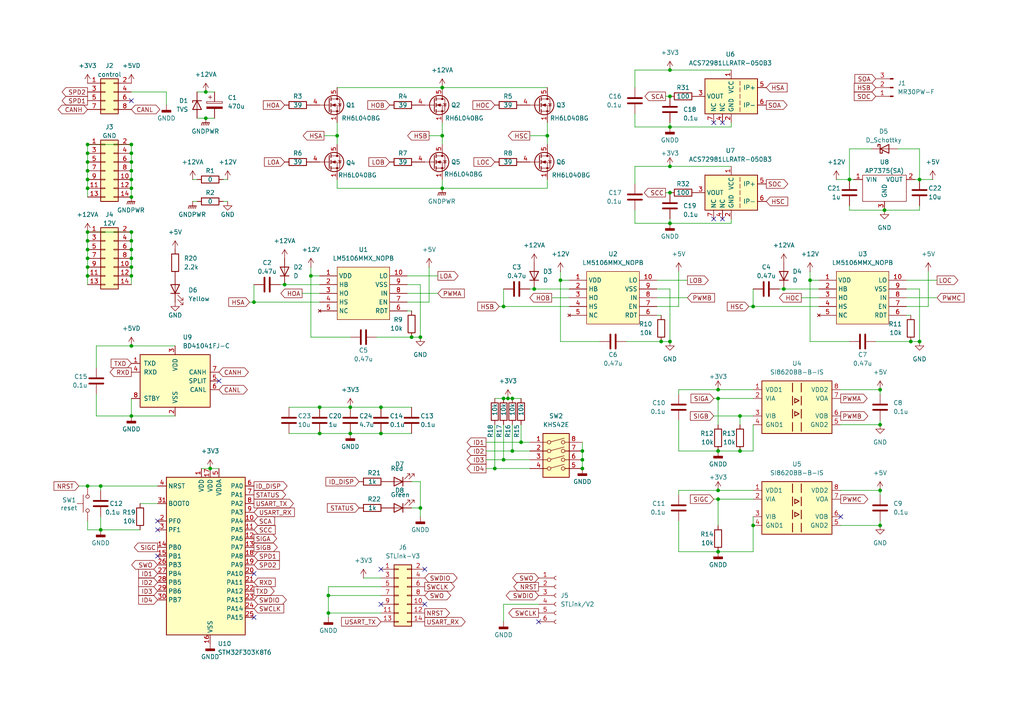
<source format=kicad_sch>
(kicad_sch (version 20231120) (generator "eeschema") (generator_version "8.0")
  (paper "A4")
  (junction (at 158.75 39.37))
  (junction (at 38.1 52.07))
  (junction (at 25.4 67.31))
  (junction (at 234.95 81.28))
  (junction (at 128.27 25.4))
  (junction (at 73.66 87.63))
  (junction (at 128.27 39.37))
  (junction (at 266.7 52.07))
  (junction (at 59.69 26.67))
  (junction (at 168.91 135.89))
  (junction (at 194.31 27.94))
  (junction (at 110.49 118.11))
  (junction (at 92.71 125.73))
  (junction (at 25.4 140.97))
  (junction (at 255.27 142.24))
  (junction (at 168.91 130.81))
  (junction (at 256.54 60.96))
  (junction (at 38.1 77.47))
  (junction (at 208.28 113.03))
  (junction (at 146.05 133.35))
  (junction (at 25.4 46.99))
  (junction (at 255.27 152.4))
  (junction (at 38.1 100.33))
  (junction (at 148.59 115.57))
  (junction (at 255.27 123.19))
  (junction (at 194.31 64.77))
  (junction (at 208.28 160.02))
  (junction (at 38.1 67.31))
  (junction (at 151.13 128.27))
  (junction (at 214.63 130.81))
  (junction (at 266.7 99.06))
  (junction (at 121.92 97.79))
  (junction (at 194.31 36.83))
  (junction (at 246.38 52.07))
  (junction (at 194.31 99.06))
  (junction (at 227.33 83.82))
  (junction (at 25.4 41.91))
  (junction (at 25.4 44.45))
  (junction (at 25.4 80.01))
  (junction (at 208.28 142.24))
  (junction (at 38.1 44.45))
  (junction (at 25.4 69.85))
  (junction (at 119.38 97.79))
  (junction (at 29.21 153.67))
  (junction (at 101.6 125.73))
  (junction (at 143.51 135.89))
  (junction (at 38.1 72.39))
  (junction (at 218.44 88.9))
  (junction (at 95.25 172.72))
  (junction (at 38.1 74.93))
  (junction (at 208.28 144.78))
  (junction (at 264.16 99.06))
  (junction (at 29.21 140.97))
  (junction (at 194.31 20.32))
  (junction (at 38.1 46.99))
  (junction (at 214.63 120.65))
  (junction (at 92.71 118.11))
  (junction (at 146.05 88.9))
  (junction (at 146.05 115.57))
  (junction (at 38.1 54.61))
  (junction (at 38.1 41.91))
  (junction (at 128.27 54.61))
  (junction (at 25.4 74.93))
  (junction (at 38.1 49.53))
  (junction (at 82.55 82.55))
  (junction (at 218.44 152.4))
  (junction (at 60.96 135.89))
  (junction (at 168.91 133.35))
  (junction (at 194.31 55.88))
  (junction (at 110.49 125.73))
  (junction (at 25.4 72.39))
  (junction (at 38.1 57.15))
  (junction (at 38.1 80.01))
  (junction (at 90.17 80.01))
  (junction (at 25.4 49.53))
  (junction (at 191.77 99.06))
  (junction (at 101.6 118.11))
  (junction (at 97.79 39.37))
  (junction (at 147.32 115.57))
  (junction (at 25.4 52.07))
  (junction (at 59.69 34.29))
  (junction (at 38.1 120.65))
  (junction (at 121.92 147.32))
  (junction (at 148.59 130.81))
  (junction (at 25.4 54.61))
  (junction (at 255.27 113.03))
  (junction (at 162.56 81.28))
  (junction (at 208.28 130.81))
  (junction (at 154.94 83.82))
  (junction (at 208.28 115.57))
  (junction (at 95.25 177.8))
  (junction (at 38.1 69.85))
  (junction (at 194.31 48.26))
  (junction (at 25.4 77.47))
  (no_connect (at 63.5 110.49))
  (no_connect (at 209.55 63.5))
  (no_connect (at 156.21 180.34))
  (no_connect (at 207.01 35.56))
  (no_connect (at 45.72 151.13))
  (no_connect (at 73.66 179.07))
  (no_connect (at 38.1 29.21))
  (no_connect (at 73.66 166.37))
  (no_connect (at 243.84 149.86))
  (no_connect (at 123.19 175.26))
  (no_connect (at 110.49 165.1))
  (no_connect (at 209.55 35.56))
  (no_connect (at 45.72 153.67))
  (no_connect (at 123.19 165.1))
  (no_connect (at 110.49 175.26))
  (no_connect (at 207.01 63.5))
  (no_connect (at 45.72 161.29))
  (wire (pts (xy 27.94 120.65) (xy 27.94 114.3)))
  (wire (pts (xy 25.4 77.47) (xy 25.4 74.93)))
  (wire (pts (xy 92.71 118.11) (xy 101.6 118.11)))
  (wire (pts (xy 227.33 83.82) (xy 237.49 83.82)))
  (wire (pts (xy 95.25 170.18) (xy 110.49 170.18)))
  (wire (pts (xy 83.82 125.73) (xy 92.71 125.73)))
  (wire (pts (xy 124.46 87.63) (xy 118.11 87.63)))
  (wire (pts (xy 38.1 100.33) (xy 50.8 100.33)))
  (wire (pts (xy 40.64 153.67) (xy 29.21 153.67)))
  (wire (pts (xy 196.85 113.03) (xy 196.85 114.3)))
  (wire (pts (xy 266.7 83.82) (xy 262.89 83.82)))
  (wire (pts (xy 95.25 172.72) (xy 95.25 170.18)))
  (wire (pts (xy 218.44 88.9) (xy 237.49 88.9)))
  (wire (pts (xy 246.38 43.18) (xy 246.38 52.07)))
  (wire (pts (xy 121.92 149.86) (xy 121.92 147.32)))
  (wire (pts (xy 246.38 52.07) (xy 247.65 52.07)))
  (wire (pts (xy 266.7 60.96) (xy 266.7 59.69)))
  (wire (pts (xy 38.1 80.01) (xy 38.1 82.55)))
  (wire (pts (xy 58.42 135.89) (xy 60.96 135.89)))
  (wire (pts (xy 29.21 149.86) (xy 29.21 153.67)))
  (wire (pts (xy 97.79 39.37) (xy 97.79 41.91)))
  (wire (pts (xy 196.85 142.24) (xy 208.28 142.24)))
  (wire (pts (xy 55.88 52.07) (xy 57.15 52.07)))
  (wire (pts (xy 234.95 81.28) (xy 237.49 81.28)))
  (wire (pts (xy 73.66 82.55) (xy 73.66 87.63)))
  (wire (pts (xy 83.82 118.11) (xy 92.71 118.11)))
  (wire (pts (xy 256.54 60.96) (xy 266.7 60.96)))
  (wire (pts (xy 162.56 81.28) (xy 165.1 81.28)))
  (wire (pts (xy 262.89 86.36) (xy 271.78 86.36)))
  (wire (pts (xy 38.1 120.65) (xy 50.8 120.65)))
  (wire (pts (xy 151.13 128.27) (xy 153.67 128.27)))
  (wire (pts (xy 140.97 130.81) (xy 148.59 130.81)))
  (wire (pts (xy 38.1 115.57) (xy 38.1 120.65)))
  (wire (pts (xy 160.02 86.36) (xy 165.1 86.36)))
  (wire (pts (xy 214.63 120.65) (xy 214.63 123.19)))
  (wire (pts (xy 124.46 77.47) (xy 124.46 87.63)))
  (wire (pts (xy 57.15 34.29) (xy 59.69 34.29)))
  (wire (pts (xy 255.27 143.51) (xy 255.27 142.24)))
  (wire (pts (xy 95.25 177.8) (xy 110.49 177.8)))
  (wire (pts (xy 25.4 72.39) (xy 25.4 69.85)))
  (wire (pts (xy 146.05 83.82) (xy 146.05 88.9)))
  (wire (pts (xy 193.04 55.88) (xy 194.31 55.88)))
  (wire (pts (xy 93.98 39.37) (xy 97.79 39.37)))
  (wire (pts (xy 194.31 36.83) (xy 194.31 35.56)))
  (wire (pts (xy 194.31 83.82) (xy 190.5 83.82)))
  (wire (pts (xy 121.92 82.55) (xy 118.11 82.55)))
  (wire (pts (xy 105.41 167.64) (xy 110.49 167.64)))
  (wire (pts (xy 184.15 48.26) (xy 184.15 53.34)))
  (wire (pts (xy 22.86 140.97) (xy 25.4 140.97)))
  (wire (pts (xy 243.84 113.03) (xy 255.27 113.03)))
  (wire (pts (xy 184.15 36.83) (xy 184.15 33.02)))
  (wire (pts (xy 128.27 54.61) (xy 158.75 54.61)))
  (wire (pts (xy 101.6 118.11) (xy 110.49 118.11)))
  (wire (pts (xy 92.71 125.73) (xy 101.6 125.73)))
  (wire (pts (xy 128.27 52.07) (xy 128.27 54.61)))
  (wire (pts (xy 196.85 121.92) (xy 196.85 130.81)))
  (wire (pts (xy 266.7 52.07) (xy 270.51 52.07)))
  (wire (pts (xy 148.59 115.57) (xy 151.13 115.57)))
  (wire (pts (xy 262.89 91.44) (xy 264.16 91.44)))
  (wire (pts (xy 208.28 113.03) (xy 196.85 113.03)))
  (wire (pts (xy 255.27 123.19) (xy 255.27 121.92)))
  (wire (pts (xy 25.4 82.55) (xy 25.4 80.01)))
  (wire (pts (xy 217.17 88.9) (xy 218.44 88.9)))
  (wire (pts (xy 95.25 177.8) (xy 95.25 172.72)))
  (wire (pts (xy 38.1 41.91) (xy 38.1 44.45)))
  (wire (pts (xy 38.1 69.85) (xy 38.1 72.39)))
  (wire (pts (xy 97.79 52.07) (xy 97.79 54.61)))
  (wire (pts (xy 266.7 52.07) (xy 266.7 43.18)))
  (wire (pts (xy 194.31 64.77) (xy 194.31 63.5)))
  (wire (pts (xy 208.28 130.81) (xy 214.63 130.81)))
  (wire (pts (xy 255.27 113.03) (xy 255.27 114.3)))
  (wire (pts (xy 218.44 120.65) (xy 214.63 120.65)))
  (wire (pts (xy 95.25 172.72) (xy 110.49 172.72)))
  (wire (pts (xy 168.91 130.81) (xy 168.91 133.35)))
  (wire (pts (xy 196.85 130.81) (xy 208.28 130.81)))
  (wire (pts (xy 190.5 91.44) (xy 191.77 91.44)))
  (wire (pts (xy 128.27 39.37) (xy 128.27 41.91)))
  (wire (pts (xy 60.96 135.89) (xy 63.5 135.89)))
  (wire (pts (xy 72.39 87.63) (xy 73.66 87.63)))
  (wire (pts (xy 146.05 175.26) (xy 156.21 175.26)))
  (wire (pts (xy 153.67 39.37) (xy 158.75 39.37)))
  (wire (pts (xy 212.09 64.77) (xy 194.31 64.77)))
  (wire (pts (xy 218.44 113.03) (xy 208.28 113.03)))
  (wire (pts (xy 38.1 44.45) (xy 38.1 46.99)))
  (wire (pts (xy 162.56 99.06) (xy 173.99 99.06)))
  (wire (pts (xy 147.32 115.57) (xy 148.59 115.57)))
  (wire (pts (xy 97.79 35.56) (xy 97.79 39.37)))
  (wire (pts (xy 218.44 160.02) (xy 218.44 152.4)))
  (wire (pts (xy 25.4 153.67) (xy 25.4 151.13)))
  (wire (pts (xy 90.17 77.47) (xy 90.17 80.01)))
  (wire (pts (xy 255.27 142.24) (xy 243.84 142.24)))
  (wire (pts (xy 184.15 20.32) (xy 194.31 20.32)))
  (wire (pts (xy 162.56 81.28) (xy 162.56 99.06)))
  (wire (pts (xy 212.09 63.5) (xy 212.09 64.77)))
  (wire (pts (xy 59.69 34.29) (xy 62.23 34.29)))
  (wire (pts (xy 153.67 83.82) (xy 154.94 83.82)))
  (wire (pts (xy 110.49 118.11) (xy 119.38 118.11)))
  (wire (pts (xy 38.1 54.61) (xy 38.1 57.15)))
  (wire (pts (xy 196.85 143.51) (xy 196.85 142.24)))
  (wire (pts (xy 40.64 146.05) (xy 45.72 146.05)))
  (wire (pts (xy 25.4 44.45) (xy 25.4 46.99)))
  (wire (pts (xy 38.1 52.07) (xy 38.1 54.61)))
  (wire (pts (xy 265.43 52.07) (xy 266.7 52.07)))
  (wire (pts (xy 208.28 144.78) (xy 208.28 152.4)))
  (wire (pts (xy 119.38 97.79) (xy 121.92 97.79)))
  (wire (pts (xy 25.4 46.99) (xy 25.4 49.53)))
  (wire (pts (xy 184.15 48.26) (xy 194.31 48.26)))
  (wire (pts (xy 25.4 41.91) (xy 38.1 41.91)))
  (wire (pts (xy 262.89 81.28) (xy 271.78 81.28)))
  (wire (pts (xy 151.13 123.19) (xy 151.13 128.27)))
  (wire (pts (xy 25.4 52.07) (xy 25.4 54.61)))
  (wire (pts (xy 128.27 25.4) (xy 158.75 25.4)))
  (wire (pts (xy 243.84 123.19) (xy 255.27 123.19)))
  (wire (pts (xy 190.5 81.28) (xy 199.39 81.28)))
  (wire (pts (xy 38.1 77.47) (xy 38.1 80.01)))
  (wire (pts (xy 168.91 128.27) (xy 168.91 130.81)))
  (wire (pts (xy 140.97 128.27) (xy 151.13 128.27)))
  (wire (pts (xy 207.01 144.78) (xy 208.28 144.78)))
  (wire (pts (xy 82.55 82.55) (xy 92.71 82.55)))
  (wire (pts (xy 218.44 130.81) (xy 218.44 123.19)))
  (wire (pts (xy 57.15 26.67) (xy 59.69 26.67)))
  (wire (pts (xy 264.16 99.06) (xy 266.7 99.06)))
  (wire (pts (xy 59.69 26.67) (xy 62.23 26.67)))
  (wire (pts (xy 38.1 67.31) (xy 38.1 69.85)))
  (wire (pts (xy 140.97 135.89) (xy 143.51 135.89)))
  (wire (pts (xy 252.73 43.18) (xy 246.38 43.18)))
  (wire (pts (xy 194.31 99.06) (xy 194.31 83.82)))
  (wire (pts (xy 148.59 130.81) (xy 153.67 130.81)))
  (wire (pts (xy 29.21 153.67) (xy 25.4 153.67)))
  (wire (pts (xy 90.17 80.01) (xy 92.71 80.01)))
  (wire (pts (xy 194.31 20.32) (xy 212.09 20.32)))
  (wire (pts (xy 234.95 78.74) (xy 234.95 81.28)))
  (wire (pts (xy 158.75 39.37) (xy 158.75 41.91)))
  (wire (pts (xy 118.11 80.01) (xy 127 80.01)))
  (wire (pts (xy 162.56 78.74) (xy 162.56 81.28)))
  (wire (pts (xy 193.04 27.94) (xy 194.31 27.94)))
  (wire (pts (xy 266.7 99.06) (xy 266.7 83.82)))
  (wire (pts (xy 144.78 88.9) (xy 146.05 88.9)))
  (wire (pts (xy 255.27 152.4) (xy 255.27 151.13)))
  (wire (pts (xy 38.1 120.65) (xy 27.94 120.65)))
  (wire (pts (xy 27.94 106.68) (xy 27.94 100.33)))
  (wire (pts (xy 184.15 25.4) (xy 184.15 20.32)))
  (wire (pts (xy 128.27 35.56) (xy 128.27 39.37)))
  (wire (pts (xy 25.4 49.53) (xy 25.4 52.07)))
  (wire (pts (xy 25.4 69.85) (xy 25.4 67.31)))
  (wire (pts (xy 38.1 72.39) (xy 38.1 74.93)))
  (wire (pts (xy 118.11 90.17) (xy 119.38 90.17)))
  (wire (pts (xy 146.05 133.35) (xy 146.05 123.19)))
  (wire (pts (xy 140.97 133.35) (xy 146.05 133.35)))
  (wire (pts (xy 64.77 52.07) (xy 66.04 52.07)))
  (wire (pts (xy 110.49 125.73) (xy 119.38 125.73)))
  (wire (pts (xy 143.51 115.57) (xy 146.05 115.57)))
  (wire (pts (xy 48.26 26.67) (xy 38.1 26.67)))
  (wire (pts (xy 119.38 147.32) (xy 121.92 147.32)))
  (wire (pts (xy 234.95 99.06) (xy 246.38 99.06)))
  (wire (pts (xy 29.21 140.97) (xy 45.72 140.97)))
  (wire (pts (xy 191.77 99.06) (xy 194.31 99.06)))
  (wire (pts (xy 184.15 64.77) (xy 194.31 64.77)))
  (wire (pts (xy 121.92 139.7) (xy 119.38 139.7)))
  (wire (pts (xy 208.28 115.57) (xy 208.28 123.19)))
  (wire (pts (xy 146.05 180.34) (xy 146.05 175.26)))
  (wire (pts (xy 25.4 41.91) (xy 25.4 44.45)))
  (wire (pts (xy 243.84 152.4) (xy 255.27 152.4)))
  (wire (pts (xy 38.1 46.99) (xy 38.1 49.53)))
  (wire (pts (xy 124.46 39.37) (xy 128.27 39.37)))
  (wire (pts (xy 148.59 123.19) (xy 148.59 130.81)))
  (wire (pts (xy 218.44 115.57) (xy 208.28 115.57)))
  (wire (pts (xy 246.38 60.96) (xy 256.54 60.96)))
  (wire (pts (xy 48.26 30.48) (xy 48.26 26.67)))
  (wire (pts (xy 38.1 74.93) (xy 38.1 77.47)))
  (wire (pts (xy 158.75 35.56) (xy 158.75 39.37)))
  (wire (pts (xy 158.75 52.07) (xy 158.75 54.61)))
  (wire (pts (xy 207.01 120.65) (xy 214.63 120.65)))
  (wire (pts (xy 38.1 49.53) (xy 38.1 52.07)))
  (wire (pts (xy 232.41 86.36) (xy 237.49 86.36)))
  (wire (pts (xy 218.44 144.78) (xy 208.28 144.78)))
  (wire (pts (xy 212.09 36.83) (xy 194.31 36.83)))
  (wire (pts (xy 254 99.06) (xy 264.16 99.06)))
  (wire (pts (xy 25.4 74.93) (xy 25.4 72.39)))
  (wire (pts (xy 196.85 88.9) (xy 190.5 88.9)))
  (wire (pts (xy 246.38 59.69) (xy 246.38 60.96)))
  (wire (pts (xy 194.31 48.26) (xy 212.09 48.26)))
  (wire (pts (xy 212.09 35.56) (xy 212.09 36.83)))
  (wire (pts (xy 196.85 151.13) (xy 196.85 160.02)))
  (wire (pts (xy 121.92 97.79) (xy 121.92 82.55)))
  (wire (pts (xy 97.79 54.61) (xy 128.27 54.61)))
  (wire (pts (xy 25.4 67.31) (xy 38.1 67.31)))
  (wire (pts (xy 27.94 100.33) (xy 38.1 100.33)))
  (wire (pts (xy 181.61 99.06) (xy 191.77 99.06)))
  (wire (pts (xy 208.28 142.24) (xy 218.44 142.24)))
  (wire (pts (xy 269.24 78.74) (xy 269.24 88.9)))
  (wire (pts (xy 143.51 123.19) (xy 143.51 135.89)))
  (wire (pts (xy 153.67 133.35) (xy 146.05 133.35)))
  (wire (pts (xy 184.15 60.96) (xy 184.15 64.77)))
  (wire (pts (xy 266.7 43.18) (xy 260.35 43.18)))
  (wire (pts (xy 90.17 97.79) (xy 101.6 97.79)))
  (wire (pts (xy 64.77 58.42) (xy 66.04 58.42)))
  (wire (pts (xy 218.44 83.82) (xy 218.44 88.9)))
  (wire (pts (xy 25.4 80.01) (xy 25.4 77.47)))
  (wire (pts (xy 143.51 135.89) (xy 153.67 135.89)))
  (wire (pts (xy 208.28 160.02) (xy 218.44 160.02)))
  (wire (pts (xy 81.28 82.55) (xy 82.55 82.55)))
  (wire (pts (xy 101.6 125.73) (xy 110.49 125.73)))
  (wire (pts (xy 196.85 160.02) (xy 208.28 160.02)))
  (wire (pts (xy 29.21 140.97) (xy 29.21 142.24)))
  (wire (pts (xy 121.92 147.32) (xy 121.92 139.7)))
  (wire (pts (xy 207.01 115.57) (xy 208.28 115.57)))
  (wire (pts (xy 234.95 81.28) (xy 234.95 99.06)))
  (wire (pts (xy 218.44 149.86) (xy 218.44 152.4)))
  (wire (pts (xy 269.24 88.9) (xy 262.89 88.9)))
  (wire (pts (xy 190.5 86.36) (xy 199.39 86.36)))
  (wire (pts (xy 25.4 140.97) (xy 29.21 140.97)))
  (wire (pts (xy 73.66 87.63) (xy 92.71 87.63)))
  (wire (pts (xy 97.79 25.4) (xy 128.27 25.4)))
  (wire (pts (xy 118.11 85.09) (xy 127 85.09)))
  (wire (pts (xy 214.63 130.81) (xy 218.44 130.81)))
  (wire (pts (xy 95.25 179.07) (xy 95.25 177.8)))
  (wire (pts (xy 168.91 133.35) (xy 168.91 135.89)))
  (wire (pts (xy 109.22 97.79) (xy 119.38 97.79)))
  (wire (pts (xy 196.85 78.74) (xy 196.85 88.9)))
  (wire (pts (xy 90.17 80.01) (xy 90.17 97.79)))
  (wire (pts (xy 154.94 83.82) (xy 165.1 83.82)))
  (wire (pts (xy 55.88 58.42) (xy 57.15 58.42)))
  (wire (pts (xy 146.05 88.9) (xy 165.1 88.9)))
  (wire (pts (xy 25.4 54.61) (xy 25.4 57.15)))
  (wire (pts (xy 226.06 83.82) (xy 227.33 83.82)))
  (wire (pts (xy 194.31 36.83) (xy 184.15 36.83)))
  (wire (pts (xy 242.57 52.07) (xy 246.38 52.07)))
  (wire (pts (xy 146.05 115.57) (xy 147.32 115.57)))
  (wire (pts (xy 87.63 85.09) (xy 92.71 85.09)))
  (global_label "ID4" (shape input) (at 45.72 173.99 180) (property "Intersheetrefs" "${INTERSHEET_REFS}" (effects (hide yes))))
  (global_label "CANL" (shape bidirectional) (at 38.1 31.75 0) (property "Intersheetrefs" "${INTERSHEET_REFS}" (effects (hide yes))))
  (global_label "SOA" (shape input) (at 254 22.86 180) (property "Intersheetrefs" "${INTERSHEET_REFS}" (effects (hide yes))))
  (global_label "PWMB" (shape input) (at 199.39 86.36 0) (property "Intersheetrefs" "${INTERSHEET_REFS}" (effects (hide yes))))
  (global_label "NRST" (shape input) (at 22.86 140.97 180) (property "Intersheetrefs" "${INTERSHEET_REFS}" (effects (hide yes))))
  (global_label "USART_TX" (shape output) (at 73.66 146.05 0) (property "Intersheetrefs" "${INTERSHEET_REFS}" (effects (hide yes))))
  (global_label "PWMA" (shape output) (at 243.84 115.57 0) (property "Intersheetrefs" "${INTERSHEET_REFS}" (effects (hide yes))))
  (global_label "USART_TX" (shape input) (at 110.49 180.34 180) (property "Intersheetrefs" "${INTERSHEET_REFS}" (effects (hide yes))))
  (global_label "SCA" (shape output) (at 193.04 27.94 180) (property "Intersheetrefs" "${INTERSHEET_REFS}" (effects (hide yes))))
  (global_label "HOC" (shape input) (at 143.51 30.48 180) (property "Intersheetrefs" "${INTERSHEET_REFS}" (effects (hide yes))))
  (global_label "HOB" (shape input) (at 113.03 30.48 180) (property "Intersheetrefs" "${INTERSHEET_REFS}" (effects (hide yes))))
  (global_label "SCC" (shape input) (at 73.66 153.67 0) (property "Intersheetrefs" "${INTERSHEET_REFS}" (effects (hide yes))))
  (global_label "NRST" (shape output) (at 123.19 177.8 0) (property "Intersheetrefs" "${INTERSHEET_REFS}" (effects (hide yes))))
  (global_label "SWCLK" (shape output) (at 123.19 170.18 0) (property "Intersheetrefs" "${INTERSHEET_REFS}" (effects (hide yes))))
  (global_label "SOA" (shape output) (at 222.25 30.48 0) (property "Intersheetrefs" "${INTERSHEET_REFS}" (effects (hide yes))))
  (global_label "SOC" (shape input) (at 254 27.94 180) (property "Intersheetrefs" "${INTERSHEET_REFS}" (effects (hide yes))))
  (global_label "SWO" (shape bidirectional) (at 45.72 163.83 180) (property "Intersheetrefs" "${INTERSHEET_REFS}" (effects (hide yes))))
  (global_label "SWO" (shape bidirectional) (at 123.19 172.72 0) (property "Intersheetrefs" "${INTERSHEET_REFS}" (effects (hide yes))))
  (global_label "SPD1" (shape input) (at 73.66 161.29 0) (property "Intersheetrefs" "${INTERSHEET_REFS}" (effects (hide yes))))
  (global_label "HSC" (shape input) (at 222.25 58.42 0) (property "Intersheetrefs" "${INTERSHEET_REFS}" (effects (hide yes))))
  (global_label "HOA" (shape input) (at 82.55 30.48 180) (property "Intersheetrefs" "${INTERSHEET_REFS}" (effects (hide yes))))
  (global_label "ID4" (shape output) (at 140.97 135.89 180) (property "Intersheetrefs" "${INTERSHEET_REFS}" (effects (hide yes))))
  (global_label "SOC" (shape output) (at 222.25 53.34 0) (property "Intersheetrefs" "${INTERSHEET_REFS}" (effects (hide yes))))
  (global_label "USART_RX" (shape input) (at 73.66 148.59 0) (property "Intersheetrefs" "${INTERSHEET_REFS}" (effects (hide yes))))
  (global_label "TXD" (shape input) (at 38.1 105.41 180) (property "Intersheetrefs" "${INTERSHEET_REFS}" (effects (hide yes))))
  (global_label "SPD2" (shape input) (at 73.66 163.83 0) (property "Intersheetrefs" "${INTERSHEET_REFS}" (effects (hide yes))))
  (global_label "SIGA" (shape input) (at 207.01 115.57 180) (property "Intersheetrefs" "${INTERSHEET_REFS}" (effects (hide yes))))
  (global_label "NRST" (shape output) (at 156.21 170.18 180) (property "Intersheetrefs" "${INTERSHEET_REFS}" (effects (hide yes))))
  (global_label "ID2" (shape input) (at 45.72 168.91 180) (property "Intersheetrefs" "${INTERSHEET_REFS}" (effects (hide yes))))
  (global_label "TXD" (shape output) (at 73.66 171.45 0) (property "Intersheetrefs" "${INTERSHEET_REFS}" (effects (hide yes))))
  (global_label "ID1" (shape input) (at 45.72 166.37 180) (property "Intersheetrefs" "${INTERSHEET_REFS}" (effects (hide yes))))
  (global_label "ID2" (shape output) (at 140.97 130.81 180) (property "Intersheetrefs" "${INTERSHEET_REFS}" (effects (hide yes))))
  (global_label "LOC" (shape output) (at 271.78 81.28 0) (property "Intersheetrefs" "${INTERSHEET_REFS}" (effects (hide yes))))
  (global_label "HSA" (shape input) (at 72.39 87.63 180) (property "Intersheetrefs" "${INTERSHEET_REFS}" (effects (hide yes))))
  (global_label "HSC" (shape input) (at 217.17 88.9 180) (property "Intersheetrefs" "${INTERSHEET_REFS}" (effects (hide yes))))
  (global_label "CANH" (shape bidirectional) (at 25.4 31.75 180) (property "Intersheetrefs" "${INTERSHEET_REFS}" (effects (hide yes))))
  (global_label "SIGC" (shape output) (at 45.72 158.75 180) (property "Intersheetrefs" "${INTERSHEET_REFS}" (effects (hide yes))))
  (global_label "HOC" (shape output) (at 232.41 86.36 180) (property "Intersheetrefs" "${INTERSHEET_REFS}" (effects (hide yes))))
  (global_label "HSB" (shape output) (at 124.46 39.37 180) (property "Intersheetrefs" "${INTERSHEET_REFS}" (effects (hide yes))))
  (global_label "SWDIO" (shape bidirectional) (at 73.66 173.99 0) (property "Intersheetrefs" "${INTERSHEET_REFS}" (effects (hide yes))))
  (global_label "CANL" (shape bidirectional) (at 63.5 113.03 0) (property "Intersheetrefs" "${INTERSHEET_REFS}" (effects (hide yes))))
  (global_label "SIGB" (shape output) (at 73.66 158.75 0) (property "Intersheetrefs" "${INTERSHEET_REFS}" (effects (hide yes))))
  (global_label "PWMA" (shape input) (at 127 85.09 0) (property "Intersheetrefs" "${INTERSHEET_REFS}" (effects (hide yes))))
  (global_label "HSC" (shape output) (at 153.67 39.37 180) (property "Intersheetrefs" "${INTERSHEET_REFS}" (effects (hide yes))))
  (global_label "LOC" (shape input) (at 143.51 46.99 180) (property "Intersheetrefs" "${INTERSHEET_REFS}" (effects (hide yes))))
  (global_label "PWMB" (shape output) (at 243.84 120.65 0) (property "Intersheetrefs" "${INTERSHEET_REFS}" (effects (hide yes))))
  (global_label "ID_DISP" (shape input) (at 104.14 139.7 180) (property "Intersheetrefs" "${INTERSHEET_REFS}" (effects (hide yes))))
  (global_label "ID_DISP" (shape output) (at 73.66 140.97 0) (property "Intersheetrefs" "${INTERSHEET_REFS}" (effects (hide yes))))
  (global_label "HOA" (shape output) (at 87.63 85.09 180) (property "Intersheetrefs" "${INTERSHEET_REFS}" (effects (hide yes))))
  (global_label "SWCLK" (shape output) (at 156.21 177.8 180) (property "Intersheetrefs" "${INTERSHEET_REFS}" (effects (hide yes))))
  (global_label "HSB" (shape input) (at 254 25.4 180) (property "Intersheetrefs" "${INTERSHEET_REFS}" (effects (hide yes))))
  (global_label "SWO" (shape bidirectional) (at 156.21 167.64 180) (property "Intersheetrefs" "${INTERSHEET_REFS}" (effects (hide yes))))
  (global_label "SIGA" (shape output) (at 73.66 156.21 0) (property "Intersheetrefs" "${INTERSHEET_REFS}" (effects (hide yes))))
  (global_label "ID1" (shape output) (at 140.97 128.27 180) (property "Intersheetrefs" "${INTERSHEET_REFS}" (effects (hide yes))))
  (global_label "STATUS" (shape output) (at 73.66 143.51 0) (property "Intersheetrefs" "${INTERSHEET_REFS}" (effects (hide yes))))
  (global_label "SWDIO" (shape bidirectional) (at 156.21 172.72 180) (property "Intersheetrefs" "${INTERSHEET_REFS}" (effects (hide yes))))
  (global_label "ID3" (shape output) (at 140.97 133.35 180) (property "Intersheetrefs" "${INTERSHEET_REFS}" (effects (hide yes))))
  (global_label "PWMC" (shape input) (at 271.78 86.36 0) (property "Intersheetrefs" "${INTERSHEET_REFS}" (effects (hide yes))))
  (global_label "STATUS" (shape input) (at 104.14 147.32 180) (property "Intersheetrefs" "${INTERSHEET_REFS}" (effects (hide yes))))
  (global_label "LOA" (shape input) (at 82.55 46.99 180) (property "Intersheetrefs" "${INTERSHEET_REFS}" (effects (hide yes))))
  (global_label "HSB" (shape input) (at 144.78 88.9 180) (property "Intersheetrefs" "${INTERSHEET_REFS}" (effects (hide yes))))
  (global_label "SPD1" (shape output) (at 25.4 29.21 180) (property "Intersheetrefs" "${INTERSHEET_REFS}" (effects (hide yes))))
  (global_label "RXD" (shape input) (at 73.66 168.91 0) (property "Intersheetrefs" "${INTERSHEET_REFS}" (effects (hide yes))))
  (global_label "SCC" (shape output) (at 193.04 55.88 180) (property "Intersheetrefs" "${INTERSHEET_REFS}" (effects (hide yes))))
  (global_label "USART_RX" (shape output) (at 123.19 180.34 0) (property "Intersheetrefs" "${INTERSHEET_REFS}" (effects (hide yes))))
  (global_label "SWCLK" (shape input) (at 73.66 176.53 0) (property "Intersheetrefs" "${INTERSHEET_REFS}" (effects (hide yes))))
  (global_label "LOB" (shape input) (at 113.03 46.99 180) (property "Intersheetrefs" "${INTERSHEET_REFS}" (effects (hide yes))))
  (global_label "LOA" (shape output) (at 127 80.01 0) (property "Intersheetrefs" "${INTERSHEET_REFS}" (effects (hide yes))))
  (global_label "CANH" (shape bidirectional) (at 63.5 107.95 0) (property "Intersheetrefs" "${INTERSHEET_REFS}" (effects (hide yes))))
  (global_label "LOB" (shape output) (at 199.39 81.28 0) (property "Intersheetrefs" "${INTERSHEET_REFS}" (effects (hide yes))))
  (global_label "SPD2" (shape output) (at 25.4 26.67 180) (property "Intersheetrefs" "${INTERSHEET_REFS}" (effects (hide yes))))
  (global_label "SWDIO" (shape bidirectional) (at 123.19 167.64 0) (property "Intersheetrefs" "${INTERSHEET_REFS}" (effects (hide yes))))
  (global_label "HSA" (shape input) (at 222.25 25.4 0) (property "Intersheetrefs" "${INTERSHEET_REFS}" (effects (hide yes))))
  (global_label "SCA" (shape input) (at 73.66 151.13 0) (property "Intersheetrefs" "${INTERSHEET_REFS}" (effects (hide yes))))
  (global_label "ID3" (shape input) (at 45.72 171.45 180) (property "Intersheetrefs" "${INTERSHEET_REFS}" (effects (hide yes))))
  (global_label "HOB" (shape output) (at 160.02 86.36 180) (property "Intersheetrefs" "${INTERSHEET_REFS}" (effects (hide yes))))
  (global_label "SIGC" (shape input) (at 207.01 144.78 180) (property "Intersheetrefs" "${INTERSHEET_REFS}" (effects (hide yes))))
  (global_label "RXD" (shape output) (at 38.1 107.95 180) (property "Intersheetrefs" "${INTERSHEET_REFS}" (effects (hide yes))))
  (global_label "HSA" (shape output) (at 93.98 39.37 180) (property "Intersheetrefs" "${INTERSHEET_REFS}" (effects (hide yes))))
  (global_label "PWMC" (shape output) (at 243.84 144.78 0) (property "Intersheetrefs" "${INTERSHEET_REFS}" (effects (hide yes))))
  (global_label "SIGB" (shape input) (at 207.01 120.65 180) (property "Intersheetrefs" "${INTERSHEET_REFS}" (effects (hide yes))))
  (symbol (lib_id "power:GNDPWR") (at 55.88 58.42 0) (unit 1)
    (property "Reference" "#PWR015" (effects (hide yes)))
    (property "Value" "GNDPWR" (at 55.753 62.23 0))
    (property "Description" "Power symbol creates a global label with name \"GNDPWR\" , global ground" (effects (hide yes)))
  )
  (symbol (lib_id "power:+5VD") (at 38.1 100.33 0) (unit 1)
    (property "Reference" "#PWR038" (effects (hide yes)))
    (property "Value" "+5VD" (at 38.1 95.25 0))
    (property "Description" "Power symbol creates a global label with name \"+5VD\"" (effects (hide yes)))
  )
  (symbol (lib_id "Switch:SW_Push") (at 25.4 146.05 90) (unit 1)
    (property "Reference" "SW1" (at 18.034 145.034 90) (effects (justify right)))
    (property "Value" "reset" (at 17.526 147.32 90) (effects (justify right)))
    (property "Footprint" "blmd_hardware:RESET" (effects (hide yes)))
    (property "Description" "Push button switch, generic, two pins" (effects (hide yes)))
  )
  (symbol (lib_id "Device:C") (at 101.6 121.92 0) (unit 1)
    (property "Reference" "C24" (at 104.14 120.65 0) (effects (justify left)))
    (property "Value" "4.7u" (at 104.14 123.19 0) (effects (justify left)))
    (property "Footprint" "Capacitor_SMD:C_0603_1608Metric_Pad1.08x0.95mm_HandSolder" (effects (hide yes)))
    (property "Description" "Unpolarized capacitor" (effects (hide yes)))
  )
  (symbol (lib_id "Device:C") (at 27.94 110.49 0) (mirror y) (unit 1)
    (property "Reference" "C15" (at 25.4 109.22 0) (effects (justify left)))
    (property "Value" "0.1u" (at 25.4 111.76 0) (effects (justify left)))
    (property "Footprint" "Capacitor_SMD:C_0603_1608Metric_Pad1.08x0.95mm_HandSolder" (effects (hide yes)))
    (property "Description" "Unpolarized capacitor" (effects (hide yes)))
  )
  (symbol (lib_id "Device:C") (at 196.85 118.11 0) (unit 1)
    (property "Reference" "C10" (at 193.04 116.8399 0) (effects (justify right)))
    (property "Value" "0.1u" (at 193.04 119.3799 0) (effects (justify right)))
    (property "Footprint" "Capacitor_SMD:C_0603_1608Metric_Pad1.08x0.95mm_HandSolder" (effects (hide yes)))
    (property "Description" "Unpolarized capacitor" (effects (hide yes)))
  )
  (symbol (lib_id "Device:C") (at 184.15 57.15 0) (mirror y) (unit 1)
    (property "Reference" "C17" (at 180.34 55.8799 0) (effects (justify left)))
    (property "Value" "0.1u" (at 180.34 58.4199 0) (effects (justify left)))
    (property "Footprint" "Capacitor_SMD:C_0603_1608Metric_Pad1.08x0.95mm_HandSolder" (effects (hide yes)))
    (property "Description" "Unpolarized capacitor" (effects (hide yes)))
  )
  (symbol (lib_id "Device:R") (at 116.84 30.48 90) (unit 1)
    (property "Reference" "R4" (at 116.84 27.94 90))
    (property "Value" "39" (at 116.84 30.48 90))
    (property "Footprint" "Resistor_SMD:R_0603_1608Metric_Pad0.98x0.95mm_HandSolder" (effects (hide yes)))
    (property "Description" "Resistor" (effects (hide yes)))
  )
  (symbol (lib_id "Device:R") (at 264.16 95.25 0) (mirror y) (unit 1)
    (property "Reference" "R11" (at 261.62 93.9799 0) (effects (justify left)))
    (property "Value" "10k" (at 261.62 96.5199 0) (effects (justify left)))
    (property "Footprint" "Resistor_SMD:R_0603_1608Metric_Pad0.98x0.95mm_HandSolder" (effects (hide yes)))
    (property "Description" "Resistor" (effects (hide yes)))
  )
  (symbol (lib_id "Device:C") (at 105.41 97.79 90) (unit 1)
    (property "Reference" "C5" (at 105.41 101.6 90))
    (property "Value" "0.47u" (at 105.41 104.14 90))
    (property "Footprint" "Capacitor_SMD:C_0603_1608Metric_Pad1.08x0.95mm_HandSolder" (effects (hide yes)))
    (property "Description" "Unpolarized capacitor" (effects (hide yes)))
  )
  (symbol (lib_id "power:+3V3") (at 194.31 20.32 0) (unit 1)
    (property "Reference" "#PWR022" (effects (hide yes)))
    (property "Value" "+3V3" (at 194.31 15.24 0))
    (property "Description" "Power symbol creates a global label with name \"+3V3\"" (effects (hide yes)))
  )
  (symbol (lib_id "power:GND") (at 266.7 99.06 0) (unit 1)
    (property "Reference" "#PWR07" (effects (hide yes)))
    (property "Value" "GND" (at 266.7 104.14 0))
    (property "Description" "Power symbol creates a global label with name \"GND\" , ground" (effects (hide yes)))
  )
  (symbol (lib_id "power:GNDD") (at 60.96 186.69 0) (unit 1)
    (property "Reference" "#PWR047" (effects (hide yes)))
    (property "Value" "GNDD" (at 60.96 190.5 0))
    (property "Description" "Power symbol creates a global label with name \"GNDD\" , digital ground" (effects (hide yes)))
  )
  (symbol (lib_id "Isolator:ADuM120N") (at 231.14 147.32 0) (unit 1)
    (property "Reference" "U5" (at 231.14 134.62 0))
    (property "Value" "SI8620BB-B-IS" (at 231.14 137.16 0))
    (property "Footprint" "Package_SO:SOIC-8_3.9x4.9mm_P1.27mm" (effects (hide yes)))
    (property "Datasheet" "https://www.analog.com/media/en/technical-documentation/data-sheets/ADuM120N_121N.pdf" (effects (hide yes)))
    (property "Description" "Dual-channel digital isolator,1.8 to 5V, 150Mbs, 3kV" (effects (hide yes)))
  )
  (symbol (lib_id "Device:LED") (at 115.57 139.7 180) (unit 1)
    (property "Reference" "D7" (at 114.554 134.62 0) (effects (justify right)))
    (property "Value" "Red" (at 113.284 135.89 0) (effects (justify right)))
    (property "Footprint" "LED_SMD:LED_0603_1608Metric_Pad1.05x0.95mm_HandSolder" (effects (hide yes)))
    (property "Description" "Light emitting diode" (effects (hide yes)))
  )
  (symbol (lib_id "Device:R") (at 214.63 127 0) (mirror y) (unit 1)
    (property "Reference" "R13" (at 213.36 125.73 0) (effects (justify left)))
    (property "Value" "10k" (at 213.36 128.27 0) (effects (justify left)))
    (property "Footprint" "Resistor_SMD:R_0603_1608Metric_Pad0.98x0.95mm_HandSolder" (effects (hide yes)))
    (property "Description" "Resistor" (effects (hide yes)))
  )
  (symbol (lib_id "power:GND") (at 66.04 58.42 0) (unit 1)
    (property "Reference" "#PWR016" (effects (hide yes)))
    (property "Value" "GND" (at 66.04 62.23 0))
    (property "Description" "Power symbol creates a global label with name \"GND\" , ground" (effects (hide yes)))
  )
  (symbol (lib_id "power:+12VA") (at 59.69 26.67 0) (unit 1)
    (property "Reference" "#PWR024" (effects (hide yes)))
    (property "Value" "+12VA" (at 59.69 21.59 0))
    (property "Description" "Power symbol creates a global label with name \"+12VA\"" (effects (hide yes)))
  )
  (symbol (lib_id "power:+3V3") (at 208.28 142.24 0) (unit 1)
    (property "Reference" "#PWR031" (effects (hide yes)))
    (property "Value" "+3V3" (at 208.28 138.43 0))
    (property "Description" "Power symbol creates a global label with name \"+3V3\"" (effects (hide yes)))
  )
  (symbol (lib_id "Device:R") (at 116.84 46.99 90) (unit 1)
    (property "Reference" "R7" (at 116.84 44.45 90))
    (property "Value" "39" (at 116.84 46.99 90))
    (property "Footprint" "Resistor_SMD:R_0603_1608Metric_Pad0.98x0.95mm_HandSolder" (effects (hide yes)))
    (property "Description" "Resistor" (effects (hide yes)))
  )
  (symbol (lib_id "Device:C") (at 177.8 99.06 90) (unit 1)
    (property "Reference" "C6" (at 177.8 102.87 90))
    (property "Value" "0.47u" (at 177.8 105.41 90))
    (property "Footprint" "Capacitor_SMD:C_0603_1608Metric_Pad1.08x0.95mm_HandSolder" (effects (hide yes)))
    (property "Description" "Unpolarized capacitor" (effects (hide yes)))
  )
  (symbol (lib_id "Device:R") (at 208.28 127 0) (mirror y) (unit 1)
    (property "Reference" "R12" (at 207.01 125.73 0) (effects (justify left)))
    (property "Value" "10k" (at 207.01 128.27 0) (effects (justify left)))
    (property "Footprint" "Resistor_SMD:R_0603_1608Metric_Pad0.98x0.95mm_HandSolder" (effects (hide yes)))
    (property "Description" "Resistor" (effects (hide yes)))
  )
  (symbol (lib_id "Device:C") (at 255.27 118.11 0) (unit 1)
    (property "Reference" "C8" (at 259.08 116.8399 0) (effects (justify left)))
    (property "Value" "0.1u" (at 259.08 119.3799 0) (effects (justify left)))
    (property "Footprint" "Capacitor_SMD:C_0603_1608Metric_Pad1.08x0.95mm_HandSolder" (effects (hide yes)))
    (property "Description" "Unpolarized capacitor" (effects (hide yes)))
  )
  (symbol (lib_id "power:+3V3") (at 147.32 115.57 0) (unit 1)
    (property "Reference" "#PWR045" (effects (hide yes)))
    (property "Value" "+3V3" (at 147.32 110.49 0))
    (property "Description" "Power symbol creates a global label with name \"+3V3\"" (effects (hide yes)))
  )
  (symbol (lib_id "power:GNDD") (at 194.31 64.77 0) (unit 1)
    (property "Reference" "#PWR020" (effects (hide yes)))
    (property "Value" "GNDD" (at 194.31 68.58 0))
    (property "Description" "Power symbol creates a global label with name \"GNDD\" , digital ground" (effects (hide yes)))
  )
  (symbol (lib_id "power:+12V") (at 66.04 52.07 0) (unit 1)
    (property "Reference" "#PWR017" (effects (hide yes)))
    (property "Value" "+12V" (at 66.04 46.99 0))
    (property "Description" "Power symbol creates a global label with name \"+12V\"" (effects (hide yes)))
  )
  (symbol (lib_id "power:+12VA") (at 25.4 67.31 0) (unit 1)
    (property "Reference" "#PWR043" (effects (hide yes)))
    (property "Value" "+12VA" (at 25.4 62.23 0))
    (property "Description" "Power symbol creates a global label with name \"+12VA\"" (effects (hide yes)))
  )
  (symbol (lib_id "Connector_Generic:Conn_02x07_Odd_Even") (at 30.48 74.93 0) (unit 1)
    (property "Reference" "J4" (at 31.75 62.23 0))
    (property "Value" "12V" (at 31.75 64.77 0))
    (property "Footprint" "Connector_PinHeader_2.54mm:PinHeader_2x07_P2.54mm_Horizontal" (effects (hide yes)))
    (property "Description" "Generic connector, double row, 02x07, odd/even pin numbering scheme (row 1 odd numbers, row 2 even numbers), script generated (kicad-library-utils/schlib/autogen/connector/)" (effects (hide yes)))
  )
  (symbol (lib_id "power:GNDD") (at 208.28 160.02 0) (unit 1)
    (property "Reference" "#PWR030" (effects (hide yes)))
    (property "Value" "GNDD" (at 208.28 163.83 0))
    (property "Description" "Power symbol creates a global label with name \"GNDD\" , digital ground" (effects (hide yes)))
  )
  (symbol (lib_id "power:GNDD") (at 168.91 135.89 0) (unit 1)
    (property "Reference" "#PWR044" (effects (hide yes)))
    (property "Value" "GNDD" (at 168.91 139.7 0))
    (property "Description" "Power symbol creates a global label with name \"GNDD\" , digital ground" (effects (hide yes)))
  )
  (symbol (lib_id "Isolator:ADuM120N") (at 231.14 118.11 0) (unit 1)
    (property "Reference" "U4" (at 231.14 105.41 0))
    (property "Value" "SI8620BB-B-IS" (at 231.14 107.95 0))
    (property "Footprint" "Package_SO:SOIC-8_3.9x4.9mm_P1.27mm" (effects (hide yes)))
    (property "Datasheet" "https://www.analog.com/media/en/technical-documentation/data-sheets/ADuM120N_121N.pdf" (effects (hide yes)))
    (property "Description" "Dual-channel digital isolator,1.8 to 5V, 150Mbs, 3kV" (effects (hide yes)))
  )
  (symbol (lib_id "power:GNDPWR") (at 128.27 54.61 0) (unit 1)
    (property "Reference" "#PWR018" (effects (hide yes)))
    (property "Value" "GNDPWR" (at 128.143 58.42 0))
    (property "Description" "Power symbol creates a global label with name \"GNDPWR\" , global ground" (effects (hide yes)))
  )
  (symbol (lib_id "Device:C") (at 222.25 83.82 90) (unit 1)
    (property "Reference" "C4" (at 222.25 77.47 90))
    (property "Value" "0.47u" (at 222.25 80.01 90))
    (property "Footprint" "Capacitor_SMD:C_0603_1608Metric_Pad1.08x0.95mm_HandSolder" (effects (hide yes)))
    (property "Description" "Unpolarized capacitor" (effects (hide yes)))
  )
  (symbol (lib_id "power:+5V") (at 270.51 52.07 0) (unit 1)
    (property "Reference" "#PWR033" (effects (hide yes)))
    (property "Value" "+5V" (at 270.51 46.99 0))
    (property "Description" "Power symbol creates a global label with name \"+5V\"" (effects (hide yes)))
  )
  (symbol (lib_id "Device:R") (at 60.96 58.42 90) (unit 1)
    (property "Reference" "R2" (at 60.96 55.88 90))
    (property "Value" "0" (at 60.96 58.42 90))
    (property "Footprint" "Resistor_SMD:R_0603_1608Metric_Pad0.98x0.95mm_HandSolder" (effects (hide yes)))
    (property "Description" "Resistor" (effects (hide yes)))
  )
  (symbol (lib_id "Device:LED") (at 50.8 83.82 90) (unit 1)
    (property "Reference" "D6" (at 54.61 84.1374 90) (effects (justify right)))
    (property "Value" "Yellow" (at 54.61 86.6774 90) (effects (justify right)))
    (property "Footprint" "LED_SMD:LED_0603_1608Metric_Pad1.05x0.95mm_HandSolder" (effects (hide yes)))
    (property "Description" "Light emitting diode" (effects (hide yes)))
  )
  (symbol (lib_id "Sensor_Current:ACS781xLRTR-150U") (at 212.09 55.88 0) (mirror y) (unit 1)
    (property "Reference" "U7" (at 211.836 43.688 0))
    (property "Value" "ACS72981LLRATR-050B3" (at 211.836 46.228 0))
    (property "Footprint" "Sensor_Current:Allegro_PSOF-7_4.8x6.4mm_P1.60mm" (effects (hide yes)))
    (property "Datasheet" "https://www.google.com/url?sa=t&source=web&rct=j&opi=89978449&url=https://www.allegromicro.com/-/media/files/datasheets/acs72981-datasheet.pdf&ved=2ahUKEwid9tyjhaWIAxUbkK8BHVoRGaEQFnoECBMQAQ&usg=AOvVaw2Ea-7NENQ-ZdSdsdDQlTdp" (effects (hide yes)))
    (property "Description" "50A Bidirectional Hall-Effect Current Sensor, +3.3V supply, 26.4mV/A, PSOF-7" (effects (hide yes)))
  )
  (symbol (lib_id "MCU_ST_STM32F3:STM32F303K8Tx") (at 58.42 161.29 0) (unit 1)
    (property "Reference" "U10" (at 63.1541 186.69 0) (effects (justify left)))
    (property "Value" "STM32F303K8T6" (at 63.1541 189.23 0) (effects (justify left)))
    (property "Footprint" "Package_QFP:LQFP-32_7x7mm_P0.8mm" (effects (hide yes)))
    (property "Datasheet" "https://www.st.com/resource/en/datasheet/stm32f303k8.pdf" (effects (hide yes)))
    (property "Description" "STMicroelectronics Arm Cortex-M4 MCU, 64KB flash, 16KB RAM, 72 MHz, 2.0-3.6V, 25 GPIO, LQFP32" (effects (hide yes)))
  )
  (symbol (lib_id "power:GNDD") (at 121.92 149.86 0) (unit 1)
    (property "Reference" "#PWR055" (effects (hide yes)))
    (property "Value" "GNDD" (at 121.92 153.67 0))
    (property "Description" "Power symbol creates a global label with name \"GNDD\" , digital ground" (effects (hide yes)))
  )
  (symbol (lib_id "blmd:RH6L040BG") (at 156.21 46.99 0) (unit 1)
    (property "Reference" "Q6" (at 161.29 46.99 0) (effects (justify left)))
    (property "Value" "RH6L040BG" (at 160.02 50.8 0) (effects (justify left)))
    (property "Footprint" "blmd_hardware:HSMT8" (effects (hide yes)))
    (property "Datasheet" "https://fscdn.rohm.com/jp/products/databook/datasheet/discrete/transistor/mosfet/rh6l040bgtb1-j.pdf" (effects (hide yes)))
    (property "Description" "65A Id, 60V Vds, N-Channel MOSFET, 7.1mOhm Ron, 18.8nC Qqd, -55 to 150 °C, HSMT8" (effects (hide yes)))
  )
  (symbol (lib_id "power:+3V3") (at 194.31 48.26 0) (unit 1)
    (property "Reference" "#PWR019" (effects (hide yes)))
    (property "Value" "+3V3" (at 194.31 44.45 0))
    (property "Description" "Power symbol creates a global label with name \"+3V3\"" (effects (hide yes)))
  )
  (symbol (lib_id "power:+5V") (at 269.24 78.74 0) (unit 1)
    (property "Reference" "#PWR08" (effects (hide yes)))
    (property "Value" "+5V" (at 269.24 73.66 0))
    (property "Description" "Power symbol creates a global label with name \"+5V\"" (effects (hide yes)))
  )
  (symbol (lib_id "power:GNDD") (at 146.05 180.34 0) (unit 1)
    (property "Reference" "#PWR050" (effects (hide yes)))
    (property "Value" "GNDD" (at 146.05 184.15 0))
    (property "Description" "Power symbol creates a global label with name \"GNDD\" , digital ground" (effects (hide yes)))
  )
  (symbol (lib_id "Connector:Conn_01x06_Socket") (at 161.29 172.72 0) (unit 1)
    (property "Reference" "J5" (at 162.56 172.7199 0) (effects (justify left)))
    (property "Value" "STLink/V2" (at 162.56 175.2599 0) (effects (justify left)))
    (property "Footprint" "Connector_PinSocket_2.54mm:PinSocket_1x06_P2.54mm_Horizontal" (effects (hide yes)))
    (property "Description" "Generic connector, single row, 01x06, script generated" (effects (hide yes)))
  )
  (symbol (lib_id "Connector_Generic:Conn_02x04_Odd_Even") (at 30.48 26.67 0) (unit 1)
    (property "Reference" "J2" (at 31.75 19.05 0))
    (property "Value" "control" (at 31.75 21.59 0))
    (property "Footprint" "Connector_PinHeader_2.54mm:PinHeader_2x04_P2.54mm_Horizontal" (effects (hide yes)))
    (property "Description" "Generic connector, double row, 02x04, odd/even pin numbering scheme (row 1 odd numbers, row 2 even numbers), script generated (kicad-library-utils/schlib/autogen/connector/)" (effects (hide yes)))
  )
  (symbol (lib_id "power:GNDD") (at 101.6 125.73 0) (unit 1)
    (property "Reference" "#PWR052" (effects (hide yes)))
    (property "Value" "GNDD" (at 101.6 129.54 0))
    (property "Description" "Power symbol creates a global label with name \"GNDD\" , digital ground" (effects (hide yes)))
  )
  (symbol (lib_id "Device:R") (at 50.8 76.2 0) (unit 1)
    (property "Reference" "R20" (at 53.34 74.9299 0) (effects (justify left)))
    (property "Value" "2.2k" (at 53.34 77.4699 0) (effects (justify left)))
    (property "Footprint" "Resistor_SMD:R_0603_1608Metric_Pad0.98x0.95mm_HandSolder" (effects (hide yes)))
    (property "Description" "Resistor" (effects (hide yes)))
  )
  (symbol (lib_id "power:+12V") (at 242.57 52.07 0) (unit 1)
    (property "Reference" "#PWR034" (effects (hide yes)))
    (property "Value" "+12V" (at 242.57 46.99 0))
    (property "Description" "Power symbol creates a global label with name \"+12V\"" (effects (hide yes)))
  )
  (symbol (lib_id "Device:R") (at 107.95 147.32 90) (unit 1)
    (property "Reference" "R22" (at 110.49 144.78 90) (effects (justify left)))
    (property "Value" "1k" (at 109.22 147.32 90) (effects (justify left)))
    (property "Footprint" "Resistor_SMD:R_0603_1608Metric_Pad0.98x0.95mm_HandSolder" (effects (hide yes)))
    (property "Description" "Resistor" (effects (hide yes)))
  )
  (symbol (lib_id "power:GND") (at 256.54 60.96 0) (unit 1)
    (property "Reference" "#PWR032" (effects (hide yes)))
    (property "Value" "GND" (at 256.54 66.04 0))
    (property "Description" "Power symbol creates a global label with name \"GND\" , ground" (effects (hide yes)))
  )
  (symbol (lib_id "Sensor_Current:ACS781xLRTR-150U") (at 212.09 27.94 0) (mirror y) (unit 1)
    (property "Reference" "U6" (at 211.836 15.748 0))
    (property "Value" "ACS72981LLRATR-050B3" (at 211.836 18.288 0))
    (property "Footprint" "Sensor_Current:Allegro_PSOF-7_4.8x6.4mm_P1.60mm" (effects (hide yes)))
    (property "Datasheet" "https://www.google.com/url?sa=t&source=web&rct=j&opi=89978449&url=https://www.allegromicro.com/-/media/files/datasheets/acs72981-datasheet.pdf&ved=2ahUKEwid9tyjhaWIAxUbkK8BHVoRGaEQFnoECBMQAQ&usg=AOvVaw2Ea-7NENQ-ZdSdsdDQlTdp" (effects (hide yes)))
    (property "Description" "50A Bidirectional Hall-Effect Current Sensor, +3.3V supply, 26.4mV/A, PSOF-7" (effects (hide yes)))
  )
  (symbol (lib_id "power:GNDD") (at 194.31 36.83 0) (unit 1)
    (property "Reference" "#PWR021" (effects (hide yes)))
    (property "Value" "GNDD" (at 194.31 40.64 0))
    (property "Description" "Power symbol creates a global label with name \"GNDD\" , digital ground" (effects (hide yes)))
  )
  (symbol (lib_id "power:GND") (at 50.8 87.63 0) (unit 1)
    (property "Reference" "#PWR054" (effects (hide yes)))
    (property "Value" "GND" (at 50.8 91.44 0))
    (property "Description" "Power symbol creates a global label with name \"GND\" , ground" (effects (hide yes)))
  )
  (symbol (lib_id "Device:LED") (at 115.57 147.32 180) (unit 1)
    (property "Reference" "D8" (at 114.554 142.24 0) (effects (justify right)))
    (property "Value" "Green" (at 113.284 143.51 0) (effects (justify right)))
    (property "Footprint" "LED_SMD:LED_0603_1608Metric_Pad1.05x0.95mm_HandSolder" (effects (hide yes)))
    (property "Description" "Light emitting diode" (effects (hide yes)))
  )
  (symbol (lib_id "power:GNDD") (at 29.21 153.67 0) (unit 1)
    (property "Reference" "#PWR025" (effects (hide yes)))
    (property "Value" "GNDD" (at 29.21 157.48 0))
    (property "Description" "Power symbol creates a global label with name \"GNDD\" , digital ground" (effects (hide yes)))
  )
  (symbol (lib_id "power:+12VA") (at 55.88 52.07 0) (unit 1)
    (property "Reference" "#PWR014" (effects (hide yes)))
    (property "Value" "+12VA" (at 55.88 46.99 0))
    (property "Description" "Power symbol creates a global label with name \"+12VA\"" (effects (hide yes)))
  )
  (symbol (lib_id "Device:R") (at 143.51 119.38 0) (mirror y) (unit 1)
    (property "Reference" "R18" (at 142.24 127 90) (effects (justify left)))
    (property "Value" "10k" (at 143.51 120.65 90) (effects (justify left)))
    (property "Footprint" "Resistor_SMD:R_0603_1608Metric_Pad0.98x0.95mm_HandSolder" (effects (hide yes)))
    (property "Description" "Resistor" (effects (hide yes)))
  )
  (symbol (lib_id "Device:R") (at 119.38 93.98 0) (mirror y) (unit 1)
    (property "Reference" "R9" (at 116.84 92.7099 0) (effects (justify left)))
    (property "Value" "10k" (at 116.84 95.2499 0) (effects (justify left)))
    (property "Footprint" "Resistor_SMD:R_0603_1608Metric_Pad0.98x0.95mm_HandSolder" (effects (hide yes)))
    (property "Description" "Resistor" (effects (hide yes)))
  )
  (symbol (lib_id "Device:R") (at 146.05 119.38 0) (mirror y) (unit 1)
    (property "Reference" "R17" (at 144.78 127 90) (effects (justify left)))
    (property "Value" "10k" (at 146.05 120.65 90) (effects (justify left)))
    (property "Footprint" "Resistor_SMD:R_0603_1608Metric_Pad0.98x0.95mm_HandSolder" (effects (hide yes)))
    (property "Description" "Resistor" (effects (hide yes)))
  )
  (symbol (lib_id "power:GND") (at 121.92 97.79 0) (unit 1)
    (property "Reference" "#PWR011" (effects (hide yes)))
    (property "Value" "GND" (at 121.92 102.87 0))
    (property "Description" "Power symbol creates a global label with name \"GND\" , ground" (effects (hide yes)))
  )
  (symbol (lib_id "Device:R") (at 198.12 55.88 90) (unit 1)
    (property "Reference" "R32" (at 198.12 53.34 90))
    (property "Value" "100" (at 198.12 55.88 90))
    (property "Footprint" "Resistor_SMD:R_0603_1608Metric_Pad0.98x0.95mm_HandSolder" (effects (hide yes)))
    (property "Description" "Resistor" (effects (hide yes)))
  )
  (symbol (lib_id "Connector:Conn_01x03_Pin") (at 259.08 25.4 180) (unit 1)
    (property "Reference" "J1" (at 260.35 24.1299 0) (effects (justify right)))
    (property "Value" "MR30PW-F" (at 260.35 26.6699 0) (effects (justify right)))
    (property "Footprint" "Connector_AMASS:AMASS_MR30PW-FB_1x03_P3.50mm_Horizontal" (effects (hide yes)))
    (property "Description" "Generic connector, single row, 01x03, script generated" (effects (hide yes)))
  )
  (symbol (lib_id "power:+3V3") (at 105.41 167.64 0) (unit 1)
    (property "Reference" "#PWR048" (effects (hide yes)))
    (property "Value" "+3V3" (at 105.41 162.56 0))
    (property "Description" "Power symbol creates a global label with name \"+3V3\"" (effects (hide yes)))
  )
  (symbol (lib_id "Device:C_Polarized") (at 62.23 30.48 0) (unit 1)
    (property "Reference" "C1" (at 66.04 28.3209 0) (effects (justify left)))
    (property "Value" "470u" (at 66.04 30.8609 0) (effects (justify left)))
    (property "Footprint" "Capacitor_THT:CP_Radial_D10.0mm_P5.00mm" (effects (hide yes)))
    (property "Description" "Polarized capacitor" (effects (hide yes)))
  )
  (symbol (lib_id "blmd:RH6L040BG") (at 95.25 30.48 0) (unit 1)
    (property "Reference" "Q1" (at 100.33 30.48 0) (effects (justify left)))
    (property "Value" "RH6L040BG" (at 99.06 34.29 0) (effects (justify left)))
    (property "Footprint" "blmd_hardware:HSMT8" (effects (hide yes)))
    (property "Datasheet" "https://fscdn.rohm.com/jp/products/databook/datasheet/discrete/transistor/mosfet/rh6l040bgtb1-j.pdf" (effects (hide yes)))
    (property "Description" "65A Id, 60V Vds, N-Channel MOSFET, 7.1mOhm Ron, 18.8nC Qqd, -55 to 150 °C, HSMT8" (effects (hide yes)))
  )
  (symbol (lib_id "blmd:RH6L040BG") (at 125.73 30.48 0) (unit 1)
    (property "Reference" "Q2" (at 130.81 30.48 0) (effects (justify left)))
    (property "Value" "RH6L040BG" (at 129.032 34.29 0) (effects (justify left)))
    (property "Footprint" "blmd_hardware:HSMT8" (effects (hide yes)))
    (property "Datasheet" "https://fscdn.rohm.com/jp/products/databook/datasheet/discrete/transistor/mosfet/rh6l040bgtb1-j.pdf" (effects (hide yes)))
    (property "Description" "65A Id, 60V Vds, N-Channel MOSFET, 7.1mOhm Ron, 18.8nC Qqd, -55 to 150 °C, HSMT8" (effects (hide yes)))
  )
  (symbol (lib_id "power:GNDD") (at 208.28 130.81 0) (unit 1)
    (property "Reference" "#PWR036" (effects (hide yes)))
    (property "Value" "GNDD" (at 208.28 134.62 0))
    (property "Description" "Power symbol creates a global label with name \"GNDD\" , digital ground" (effects (hide yes)))
  )
  (symbol (lib_id "Device:C") (at 184.15 29.21 0) (mirror y) (unit 1)
    (property "Reference" "C16" (at 180.34 27.9399 0) (effects (justify left)))
    (property "Value" "0.1u" (at 180.34 30.4799 0) (effects (justify left)))
    (property "Footprint" "Capacitor_SMD:C_0603_1608Metric_Pad1.08x0.95mm_HandSolder" (effects (hide yes)))
    (property "Description" "Unpolarized capacitor" (effects (hide yes)))
  )
  (symbol (lib_id "Device:R") (at 86.36 30.48 90) (unit 1)
    (property "Reference" "R3" (at 86.36 27.94 90))
    (property "Value" "39" (at 86.36 30.48 90))
    (property "Footprint" "Resistor_SMD:R_0603_1608Metric_Pad0.98x0.95mm_HandSolder" (effects (hide yes)))
    (property "Description" "Resistor" (effects (hide yes)))
  )
  (symbol (lib_id "power:GND") (at 194.31 99.06 0) (unit 1)
    (property "Reference" "#PWR03" (effects (hide yes)))
    (property "Value" "GND" (at 194.31 104.14 0))
    (property "Description" "Power symbol creates a global label with name \"GND\" , ground" (effects (hide yes)))
  )
  (symbol (lib_id "power:+5V") (at 255.27 142.24 0) (unit 1)
    (property "Reference" "#PWR028" (effects (hide yes)))
    (property "Value" "+5V" (at 255.27 137.16 0))
    (property "Description" "Power symbol creates a global label with name \"+5V\"" (effects (hide yes)))
  )
  (symbol (lib_id "Device:R") (at 60.96 52.07 90) (unit 1)
    (property "Reference" "R1" (at 60.96 49.53 90))
    (property "Value" "0" (at 60.96 52.07 90))
    (property "Footprint" "Resistor_SMD:R_0603_1608Metric_Pad0.98x0.95mm_HandSolder" (effects (hide yes)))
    (property "Description" "Resistor" (effects (hide yes)))
  )
  (symbol (lib_id "power:GND") (at 255.27 152.4 0) (unit 1)
    (property "Reference" "#PWR029" (effects (hide yes)))
    (property "Value" "GND" (at 255.27 157.48 0))
    (property "Description" "Power symbol creates a global label with name \"GND\" , ground" (effects (hide yes)))
  )
  (symbol (lib_id "blmd:LM5106MMX_NOPB") (at 177.8 76.2 0) (unit 1)
    (property "Reference" "U2" (at 177.8 73.66 0))
    (property "Value" "LM5106MMX_NOPB" (at 177.8 76.2 0))
    (property "Footprint" "Package_SO:TSSOP-10_3x3mm_P0.5mm" (effects (hide yes)))
    (property "Datasheet" "https://www.ti.com/jp/lit/ds/symlink/lm5106.pdf?ts=1693228167816&ref_url=https%253A%252F%252Fwww.ti.com%252Fproduct%252Fja-jp%252FLM5106%253Futm_source%253Dgoogle%2526utm_medium%253Dcpc%2526utm_campaign%253Dapp-null-null-gpn_jp-cpc-pf-google-jp_cons%2526utm_content%253DLM5106%2526ds_k%253DLM5106%2526DCM%253Dyes%2526gclid%253DCj0KCQjwi7GnBhDXARIsAFLvH4k824EZwL-UfjYdKJ9Pb27ho5PByhG6NykZd6OiEkxX_ZY05E7guXUaAopmEALw_wcB%2526gclsrc%253Daw.ds" (effects (hide yes)))
  )
  (symbol (lib_id "blmd:RH6L040BG") (at 95.25 46.99 0) (unit 1)
    (property "Reference" "Q4" (at 100.33 47.244 0) (effects (justify left)))
    (property "Value" "RH6L040BG" (at 98.044 50.8 0) (effects (justify left)))
    (property "Footprint" "blmd_hardware:HSMT8" (effects (hide yes)))
    (property "Datasheet" "https://fscdn.rohm.com/jp/products/databook/datasheet/discrete/transistor/mosfet/rh6l040bgtb1-j.pdf" (effects (hide yes)))
    (property "Description" "65A Id, 60V Vds, N-Channel MOSFET, 7.1mOhm Ron, 18.8nC Qqd, -55 to 150 °C, HSMT8" (effects (hide yes)))
  )
  (symbol (lib_id "Device:C") (at 266.7 55.88 0) (unit 1)
    (property "Reference" "C22" (at 269.24 54.61 0) (effects (justify left)))
    (property "Value" "10u" (at 269.24 57.15 0) (effects (justify left)))
    (property "Footprint" "Capacitor_SMD:C_0603_1608Metric_Pad1.08x0.95mm_HandSolder" (effects (hide yes)))
    (property "Description" "Unpolarized capacitor" (effects (hide yes)))
  )
  (symbol (lib_id "Device:D") (at 154.94 80.01 90) (unit 1)
    (property "Reference" "D3" (at 157.48 78.7399 90) (effects (justify right)))
    (property "Value" "D" (at 157.48 81.2799 90) (effects (justify right)))
    (property "Footprint" "Diode_SMD:D_SOD-323F" (effects (hide yes)))
    (property "Description" "Diode" (effects (hide yes)))
    (property "Sim.Device" "D" (effects (hide yes)))
    (property "Sim.Pins" "1=K 2=A" (effects (hide yes)))
  )
  (symbol (lib_id "power:+12VA") (at 227.33 76.2 0) (unit 1)
    (property "Reference" "#PWR05" (effects (hide yes)))
    (property "Value" "+12VA" (at 227.33 71.12 0))
    (property "Description" "Power symbol creates a global label with name \"+12VA\"" (effects (hide yes)))
  )
  (symbol (lib_id "Device:C") (at 119.38 121.92 0) (unit 1)
    (property "Reference" "C13" (at 121.92 120.65 0) (effects (justify left)))
    (property "Value" "0.1u" (at 121.92 123.19 0) (effects (justify left)))
    (property "Footprint" "Capacitor_SMD:C_0603_1608Metric_Pad1.08x0.95mm_HandSolder" (effects (hide yes)))
    (property "Description" "Unpolarized capacitor" (effects (hide yes)))
  )
  (symbol (lib_id "blmd:LM5106MMX_NOPB") (at 250.19 76.2 0) (unit 1)
    (property "Reference" "U3" (at 250.19 73.66 0))
    (property "Value" "LM5106MMX_NOPB" (at 250.19 76.2 0))
    (property "Footprint" "Package_SO:TSSOP-10_3x3mm_P0.5mm" (effects (hide yes)))
    (property "Datasheet" "https://www.ti.com/jp/lit/ds/symlink/lm5106.pdf?ts=1693228167816&ref_url=https%253A%252F%252Fwww.ti.com%252Fproduct%252Fja-jp%252FLM5106%253Futm_source%253Dgoogle%2526utm_medium%253Dcpc%2526utm_campaign%253Dapp-null-null-gpn_jp-cpc-pf-google-jp_cons%2526utm_content%253DLM5106%2526ds_k%253DLM5106%2526DCM%253Dyes%2526gclid%253DCj0KCQjwi7GnBhDXARIsAFLvH4k824EZwL-UfjYdKJ9Pb27ho5PByhG6NykZd6OiEkxX_ZY05E7guXUaAopmEALw_wcB%2526gclsrc%253Daw.ds" (effects (hide yes)))
  )
  (symbol (lib_id "Device:R") (at 86.36 46.99 90) (unit 1)
    (property "Reference" "R6" (at 86.36 44.45 90))
    (property "Value" "39" (at 86.36 46.99 90))
    (property "Footprint" "Resistor_SMD:R_0603_1608Metric_Pad0.98x0.95mm_HandSolder" (effects (hide yes)))
    (property "Description" "Resistor" (effects (hide yes)))
  )
  (symbol (lib_id "Device:R") (at 107.95 139.7 90) (unit 1)
    (property "Reference" "R21" (at 110.49 137.16 90) (effects (justify left)))
    (property "Value" "1k" (at 109.22 139.7 90) (effects (justify left)))
    (property "Footprint" "Resistor_SMD:R_0603_1608Metric_Pad0.98x0.95mm_HandSolder" (effects (hide yes)))
    (property "Description" "Resistor" (effects (hide yes)))
  )
  (symbol (lib_id "Device:R") (at 148.59 119.38 0) (mirror y) (unit 1)
    (property "Reference" "R16" (at 147.32 127 90) (effects (justify left)))
    (property "Value" "10k" (at 148.59 120.65 90) (effects (justify left)))
    (property "Footprint" "Resistor_SMD:R_0603_1608Metric_Pad0.98x0.95mm_HandSolder" (effects (hide yes)))
    (property "Description" "Resistor" (effects (hide yes)))
  )
  (symbol (lib_id "Device:C") (at 255.27 147.32 0) (unit 1)
    (property "Reference" "C9" (at 259.08 146.0499 0) (effects (justify left)))
    (property "Value" "0.1u" (at 259.08 148.5899 0) (effects (justify left)))
    (property "Footprint" "Capacitor_SMD:C_0603_1608Metric_Pad1.08x0.95mm_HandSolder" (effects (hide yes)))
    (property "Description" "Unpolarized capacitor" (effects (hide yes)))
  )
  (symbol (lib_id "Device:R") (at 40.64 149.86 0) (mirror y) (unit 1)
    (property "Reference" "R19" (at 39.37 148.59 0) (effects (justify left)))
    (property "Value" "10k" (at 39.37 151.13 0) (effects (justify left)))
    (property "Footprint" "Resistor_SMD:R_0603_1608Metric_Pad0.98x0.95mm_HandSolder" (effects (hide yes)))
    (property "Description" "Resistor" (effects (hide yes)))
  )
  (symbol (lib_id "power:GNDPWR") (at 59.69 34.29 0) (unit 1)
    (property "Reference" "#PWR023" (effects (hide yes)))
    (property "Value" "GNDPWR" (at 59.563 38.1 0))
    (property "Description" "Power symbol creates a global label with name \"GNDPWR\" , global ground" (effects (hide yes)))
  )
  (symbol (lib_id "Device:C") (at 77.47 82.55 90) (unit 1)
    (property "Reference" "C2" (at 77.47 76.2 90))
    (property "Value" "0.47u" (at 77.47 78.74 90))
    (property "Footprint" "Capacitor_SMD:C_0603_1608Metric_Pad1.08x0.95mm_HandSolder" (effects (hide yes)))
    (property "Description" "Unpolarized capacitor" (effects (hide yes)))
  )
  (symbol (lib_id "Device:R") (at 147.32 46.99 90) (unit 1)
    (property "Reference" "R8" (at 147.32 44.45 90))
    (property "Value" "39" (at 147.32 46.99 90))
    (property "Footprint" "Resistor_SMD:R_0603_1608Metric_Pad0.98x0.95mm_HandSolder" (effects (hide yes)))
    (property "Description" "Resistor" (effects (hide yes)))
  )
  (symbol (lib_id "Device:C") (at 29.21 146.05 0) (unit 1)
    (property "Reference" "C12" (at 31.75 146.05 0) (effects (justify left)))
    (property "Value" "0.1u" (at 30.48 148.59 0) (effects (justify left)))
    (property "Footprint" "Capacitor_SMD:C_0603_1608Metric_Pad1.08x0.95mm_HandSolder" (effects (hide yes)))
    (property "Description" "Unpolarized capacitor" (effects (hide yes)))
  )
  (symbol (lib_id "Device:C") (at 92.71 121.92 0) (unit 1)
    (property "Reference" "C20" (at 95.25 120.65 0) (effects (justify left)))
    (property "Value" "1u" (at 95.25 123.19 0) (effects (justify left)))
    (property "Footprint" "Capacitor_SMD:C_0603_1608Metric_Pad1.08x0.95mm_HandSolder" (effects (hide yes)))
    (property "Description" "Unpolarized capacitor" (effects (hide yes)))
  )
  (symbol (lib_id "Device:C") (at 194.31 31.75 0) (unit 1)
    (property "Reference" "C18" (at 198.12 31.75 0) (effects (justify left)))
    (property "Value" "0.1u" (at 198.12 34.29 0) (effects (justify left)))
    (property "Footprint" "Capacitor_SMD:C_0603_1608Metric_Pad1.08x0.95mm_HandSolder" (effects (hide yes)))
    (property "Description" "Unpolarized capacitor" (effects (hide yes)))
  )
  (symbol (lib_id "Device:R") (at 191.77 95.25 0) (mirror y) (unit 1)
    (property "Reference" "R10" (at 189.23 93.9799 0) (effects (justify left)))
    (property "Value" "10k" (at 189.23 96.5199 0) (effects (justify left)))
    (property "Footprint" "Resistor_SMD:R_0603_1608Metric_Pad0.98x0.95mm_HandSolder" (effects (hide yes)))
    (property "Description" "Resistor" (effects (hide yes)))
  )
  (symbol (lib_id "Connector_Generic:Conn_02x07_Odd_Even") (at 30.48 49.53 0) (unit 1)
    (property "Reference" "J3" (at 31.75 36.83 0))
    (property "Value" "GND" (at 31.75 39.37 0))
    (property "Footprint" "Connector_PinHeader_2.54mm:PinHeader_2x07_P2.54mm_Horizontal" (effects (hide yes)))
    (property "Description" "Generic connector, double row, 02x07, odd/even pin numbering scheme (row 1 odd numbers, row 2 even numbers), script generated (kicad-library-utils/schlib/autogen/connector/)" (effects (hide yes)))
  )
  (symbol (lib_id "power:+3V3") (at 208.28 113.03 0) (unit 1)
    (property "Reference" "#PWR035" (effects (hide yes)))
    (property "Value" "+3V3" (at 208.28 109.22 0))
    (property "Description" "Power symbol creates a global label with name \"+3V3\"" (effects (hide yes)))
  )
  (symbol (lib_id "power:+12VA") (at 128.27 25.4 0) (unit 1)
    (property "Reference" "#PWR013" (effects (hide yes)))
    (property "Value" "+12VA" (at 128.27 20.32 0))
    (property "Description" "Power symbol creates a global label with name \"+12VA\"" (effects (hide yes)))
  )
  (symbol (lib_id "blmd:RH6L040BG") (at 156.21 30.48 0) (unit 1)
    (property "Reference" "Q3" (at 161.29 30.48 0) (effects (justify left)))
    (property "Value" "RH6L040BG" (at 159.512 34.29 0) (effects (justify left)))
    (property "Footprint" "blmd_hardware:HSMT8" (effects (hide yes)))
    (property "Datasheet" "https://fscdn.rohm.com/jp/products/databook/datasheet/discrete/transistor/mosfet/rh6l040bgtb1-j.pdf" (effects (hide yes)))
    (property "Description" "65A Id, 60V Vds, N-Channel MOSFET, 7.1mOhm Ron, 18.8nC Qqd, -55 to 150 °C, HSMT8" (effects (hide yes)))
  )
  (symbol (lib_id "Device:C") (at 194.31 59.69 0) (unit 1)
    (property "Reference" "C19" (at 198.12 59.69 0) (effects (justify left)))
    (property "Value" "0.1u" (at 198.12 62.23 0) (effects (justify left)))
    (property "Footprint" "Capacitor_SMD:C_0603_1608Metric_Pad1.08x0.95mm_HandSolder" (effects (hide yes)))
    (property "Description" "Unpolarized capacitor" (effects (hide yes)))
  )
  (symbol (lib_id "Interface_CAN_LIN:MCP2561-E-SN") (at 50.8 110.49 0) (unit 1)
    (property "Reference" "U9" (at 52.9941 97.79 0) (effects (justify left)))
    (property "Value" "BD41041FJ-C" (at 52.9941 100.33 0) (effects (justify left)))
    (property "Footprint" "Package_SO:SOIC-8_3.9x4.9mm_P1.27mm" (effects (hide yes)))
    (property "Datasheet" "http://ww1.microchip.com/downloads/en/DeviceDoc/25167A.pdf" (effects (hide yes)))
    (property "Description" "High-Speed CAN Transceiver, 1Mbps, 5V supply, SPLIT pin, -40C to +125C, SOIC-8" (effects (hide yes)))
  )
  (symbol (lib_id "power:+3V3") (at 25.4 24.13 0) (unit 1)
    (property "Reference" "#PWR040" (effects (hide yes)))
    (property "Value" "+3V3" (at 25.4 19.05 0))
    (property "Description" "Power symbol creates a global label with name \"+3V3\"" (effects (hide yes)))
  )
  (symbol (lib_id "Device:C") (at 149.86 83.82 90) (unit 1)
    (property "Reference" "C3" (at 149.86 77.47 90))
    (property "Value" "0.47u" (at 149.86 80.01 90))
    (property "Footprint" "Capacitor_SMD:C_0603_1608Metric_Pad1.08x0.95mm_HandSolder" (effects (hide yes)))
    (property "Description" "Unpolarized capacitor" (effects (hide yes)))
  )
  (symbol (lib_id "Device:C") (at 83.82 121.92 0) (unit 1)
    (property "Reference" "C23" (at 86.36 120.65 0) (effects (justify left)))
    (property "Value" "10u" (at 86.36 123.19 0) (effects (justify left)))
    (property "Footprint" "Capacitor_SMD:C_0603_1608Metric_Pad1.08x0.95mm_HandSolder" (effects (hide yes)))
    (property "Description" "Unpolarized capacitor" (effects (hide yes)))
  )
  (symbol (lib_id "power:+3V3") (at 101.6 118.11 0) (unit 1)
    (property "Reference" "#PWR051" (effects (hide yes)))
    (property "Value" "+3V3" (at 101.6 113.03 0))
    (property "Description" "Power symbol creates a global label with name \"+3V3\"" (effects (hide yes)))
  )
  (symbol (lib_id "Device:R") (at 147.32 30.48 90) (unit 1)
    (property "Reference" "R5" (at 147.32 27.94 90))
    (property "Value" "39" (at 147.32 30.48 90))
    (property "Footprint" "Resistor_SMD:R_0603_1608Metric_Pad0.98x0.95mm_HandSolder" (effects (hide yes)))
    (property "Description" "Resistor" (effects (hide yes)))
  )
  (symbol (lib_id "blmd:LM5106MMX_NOPB") (at 105.41 74.93 0) (unit 1)
    (property "Reference" "U1" (at 105.41 72.39 0))
    (property "Value" "LM5106MMX_NOPB" (at 105.41 74.93 0))
    (property "Footprint" "Package_SO:TSSOP-10_3x3mm_P0.5mm" (effects (hide yes)))
    (property "Datasheet" "https://www.ti.com/jp/lit/ds/symlink/lm5106.pdf?ts=1693228167816&ref_url=https%253A%252F%252Fwww.ti.com%252Fproduct%252Fja-jp%252FLM5106%253Futm_source%253Dgoogle%2526utm_medium%253Dcpc%2526utm_campaign%253Dapp-null-null-gpn_jp-cpc-pf-google-jp_cons%2526utm_content%253DLM5106%2526ds_k%253DLM5106%2526DCM%253Dyes%2526gclid%253DCj0KCQjwi7GnBhDXARIsAFLvH4k824EZwL-UfjYdKJ9Pb27ho5PByhG6NykZd6OiEkxX_ZY05E7guXUaAopmEALw_wcB%2526gclsrc%253Daw.ds" (effects (hide yes)))
  )
  (symbol (lib_id "power:+12VA") (at 154.94 76.2 0) (unit 1)
    (property "Reference" "#PWR02" (effects (hide yes)))
    (property "Value" "+12VA" (at 154.94 71.12 0))
    (property "Description" "Power symbol creates a global label with name \"+12VA\"" (effects (hide yes)))
  )
  (symbol (lib_id "Device:C") (at 246.38 55.88 0) (unit 1)
    (property "Reference" "C21" (at 243.84 54.61 0) (effects (justify right)))
    (property "Value" "1u" (at 243.84 57.15 0) (effects (justify right)))
    (property "Footprint" "Capacitor_SMD:C_0603_1608Metric_Pad1.08x0.95mm_HandSolder" (effects (hide yes)))
    (property "Description" "Unpolarized capacitor" (effects (hide yes)))
  )
  (symbol (lib_id "power:GNDD") (at 95.25 179.07 0) (unit 1)
    (property "Reference" "#PWR049" (effects (hide yes)))
    (property "Value" "GNDD" (at 95.25 182.88 0))
    (property "Description" "Power symbol creates a global label with name \"GNDD\" , digital ground" (effects (hide yes)))
  )
  (symbol (lib_id "Device:D_Schottky") (at 256.54 43.18 0) (unit 1)
    (property "Reference" "D5" (at 256.286 38.1 0))
    (property "Value" "D_Schottky" (at 256.286 40.64 0))
    (property "Footprint" "Diode_SMD:D_SOD-523" (effects (hide yes)))
    (property "Description" "Schottky diode" (effects (hide yes)))
  )
  (symbol (lib_id "blmd:RH6L040BG") (at 125.73 46.99 0) (unit 1)
    (property "Reference" "Q5" (at 130.81 46.99 0) (effects (justify left)))
    (property "Value" "RH6L040BG" (at 128.778 50.546 0) (effects (justify left)))
    (property "Footprint" "blmd_hardware:HSMT8" (effects (hide yes)))
    (property "Datasheet" "https://fscdn.rohm.com/jp/products/databook/datasheet/discrete/transistor/mosfet/rh6l040bgtb1-j.pdf" (effects (hide yes)))
    (property "Description" "65A Id, 60V Vds, N-Channel MOSFET, 7.1mOhm Ron, 18.8nC Qqd, -55 to 150 °C, HSMT8" (effects (hide yes)))
  )
  (symbol (lib_id "power:+5V") (at 50.8 72.39 0) (unit 1)
    (property "Reference" "#PWR053" (effects (hide yes)))
    (property "Value" "+5V" (at 50.8 67.31 0))
    (property "Description" "Power symbol creates a global label with name \"+5V\"" (effects (hide yes)))
  )
  (symbol (lib_id "power:GNDD") (at 38.1 120.65 0) (unit 1)
    (property "Reference" "#PWR037" (effects (hide yes)))
    (property "Value" "GNDD" (at 38.1 124.46 0))
    (property "Description" "Power symbol creates a global label with name \"GNDD\" , digital ground" (effects (hide yes)))
  )
  (symbol (lib_id "power:+5VD") (at 38.1 24.13 0) (unit 1)
    (property "Reference" "#PWR046" (effects (hide yes)))
    (property "Value" "+5VD" (at 38.1 19.05 0))
    (property "Description" "Power symbol creates a global label with name \"+5VD\"" (effects (hide yes)))
  )
  (symbol (lib_id "power:GND") (at 255.27 123.19 0) (unit 1)
    (property "Reference" "#PWR027" (effects (hide yes)))
    (property "Value" "GND" (at 255.27 128.27 0))
    (property "Description" "Power symbol creates a global label with name \"GND\" , ground" (effects (hide yes)))
  )
  (symbol (lib_id "power:+12VA") (at 82.55 74.93 0) (unit 1)
    (property "Reference" "#PWR09" (effects (hide yes)))
    (property "Value" "+12VA" (at 82.55 69.85 0))
    (property "Description" "Power symbol creates a global label with name \"+12VA\"" (effects (hide yes)))
  )
  (symbol (lib_id "blmd:AP7375(SA)") (at 256.54 54.61 0) (unit 1)
    (property "Reference" "U8" (at 256.54 46.99 0))
    (property "Value" "AP7375(SA)" (at 256.54 49.53 0))
    (property "Footprint" "Package_TO_SOT_SMD:SOT-23-3" (effects (hide yes)))
    (property "Datasheet" "https://www.diodes.com/assets/Datasheets/AP7375.pdf" (effects (hide yes)))
  )
  (symbol (lib_id "Device:R") (at 151.13 119.38 0) (mirror y) (unit 1)
    (property "Reference" "R15" (at 149.86 127 90) (effects (justify left)))
    (property "Value" "10k" (at 151.13 120.65 90) (effects (justify left)))
    (property "Footprint" "Resistor_SMD:R_0603_1608Metric_Pad0.98x0.95mm_HandSolder" (effects (hide yes)))
    (property "Description" "Resistor" (effects (hide yes)))
  )
  (symbol (lib_id "Device:R") (at 208.28 156.21 0) (mirror y) (unit 1)
    (property "Reference" "R14" (at 207.01 154.94 0) (effects (justify left)))
    (property "Value" "10k" (at 207.01 157.48 0) (effects (justify left)))
    (property "Footprint" "Resistor_SMD:R_0603_1608Metric_Pad0.98x0.95mm_HandSolder" (effects (hide yes)))
    (property "Description" "Resistor" (effects (hide yes)))
  )
  (symbol (lib_id "power:+3V3") (at 60.96 135.89 0) (unit 1)
    (property "Reference" "#PWR039" (effects (hide yes)))
    (property "Value" "+3V3" (at 60.96 130.81 0))
    (property "Description" "Power symbol creates a global label with name \"+3V3\"" (effects (hide yes)))
  )
  (symbol (lib_id "power:+12V") (at 90.17 77.47 0) (unit 1)
    (property "Reference" "#PWR010" (effects (hide yes)))
    (property "Value" "+12V" (at 90.17 72.39 0))
    (property "Description" "Power symbol creates a global label with name \"+12V\"" (effects (hide yes)))
  )
  (symbol (lib_id "power:GNDPWR") (at 38.1 57.15 0) (unit 1)
    (property "Reference" "#PWR042" (effects (hide yes)))
    (property "Value" "GNDPWR" (at 37.973 60.96 0))
    (property "Description" "Power symbol creates a global label with name \"GNDPWR\" , global ground" (effects (hide yes)))
  )
  (symbol (lib_id "Device:C") (at 250.19 99.06 90) (unit 1)
    (property "Reference" "C7" (at 250.19 102.87 90))
    (property "Value" "0.47u" (at 250.19 105.41 90))
    (property "Footprint" "Capacitor_SMD:C_0603_1608Metric_Pad1.08x0.95mm_HandSolder" (effects (hide yes)))
    (property "Description" "Unpolarized capacitor" (effects (hide yes)))
  )
  (symbol (lib_id "Device:D_Zener") (at 57.15 30.48 90) (mirror x) (unit 1)
    (property "Reference" "D1" (at 54.61 29.2099 90) (effects (justify left)))
    (property "Value" "TVS" (at 54.61 31.7499 90) (effects (justify left)))
    (property "Footprint" "Diode_SMD:D_SOD-523" (effects (hide yes)))
    (property "Description" "Zener diode" (effects (hide yes)))
  )
  (symbol (lib_id "Device:R") (at 198.12 27.94 90) (unit 1)
    (property "Reference" "R31" (at 198.12 25.4 90))
    (property "Value" "100" (at 198.12 27.94 90))
    (property "Footprint" "Resistor_SMD:R_0603_1608Metric_Pad0.98x0.95mm_HandSolder" (effects (hide yes)))
    (property "Description" "Resistor" (effects (hide yes)))
  )
  (symbol (lib_id "Connector_Generic:Conn_02x07_Odd_Even") (at 115.57 172.72 0) (unit 1)
    (property "Reference" "J6" (at 116.84 158.75 0))
    (property "Value" "STLink-V3" (at 116.84 161.29 0))
    (property "Footprint" "blmd_hardware:CONN_3220-14-0300-00_CNC" (effects (hide yes)))
    (property "Description" "Generic connector, double row, 02x07, odd/even pin numbering scheme (row 1 odd numbers, row 2 even numbers), script generated (kicad-library-utils/schlib/autogen/connector/)" (effects (hide yes)))
  )
  (symbol (lib_id "power:+5V") (at 124.46 77.47 0) (unit 1)
    (property "Reference" "#PWR012" (effects (hide yes)))
    (property "Value" "+5V" (at 124.46 72.39 0))
    (property "Description" "Power symbol creates a global label with name \"+5V\"" (effects (hide yes)))
  )
  (symbol (lib_id "Device:D") (at 227.33 80.01 90) (unit 1)
    (property "Reference" "D4" (at 229.87 78.7399 90) (effects (justify right)))
    (property "Value" "D" (at 229.87 81.2799 90) (effects (justify right)))
    (property "Footprint" "Diode_SMD:D_SOD-323F" (effects (hide yes)))
    (property "Description" "Diode" (effects (hide yes)))
    (property "Sim.Device" "D" (effects (hide yes)))
    (property "Sim.Pins" "1=K 2=A" (effects (hide yes)))
  )
  (symbol (lib_id "power:+12V") (at 162.56 78.74 0) (unit 1)
    (property "Reference" "#PWR01" (effects (hide yes)))
    (property "Value" "+12V" (at 162.56 73.66 0))
    (property "Description" "Power symbol creates a global label with name \"+12V\"" (effects (hide yes)))
  )
  (symbol (lib_id "Device:D") (at 82.55 78.74 90) (unit 1)
    (property "Reference" "D2" (at 85.09 77.4699 90) (effects (justify right)))
    (property "Value" "D" (at 85.09 80.0099 90) (effects (justify right)))
    (property "Footprint" "Diode_SMD:D_SOD-323F" (effects (hide yes)))
    (property "Description" "Diode" (effects (hide yes)))
    (property "Sim.Device" "D" (effects (hide yes)))
    (property "Sim.Pins" "1=K 2=A" (effects (hide yes)))
  )
  (symbol (lib_id "Device:C") (at 196.85 147.32 0) (unit 1)
    (property "Reference" "C11" (at 193.04 146.0499 0) (effects (justify right)))
    (property "Value" "0.1u" (at 193.04 148.5899 0) (effects (justify right)))
    (property "Footprint" "Capacitor_SMD:C_0603_1608Metric_Pad1.08x0.95mm_HandSolder" (effects (hide yes)))
    (property "Description" "Unpolarized capacitor" (effects (hide yes)))
  )
  (symbol (lib_id "Switch:SW_DIP_x04") (at 161.29 133.35 0) (unit 1)
    (property "Reference" "SW2" (at 161.29 120.65 0))
    (property "Value" "KHS42E" (at 161.29 123.19 0))
    (property "Footprint" "Button_Switch_SMD:SW_DIP_SPSTx04_Slide_Copal_CHS-04B_W7.62mm_P1.27mm" (effects (hide yes)))
    (property "Datasheet" "https://akizukidenshi.com/goodsaffix/KHS.pdf" (effects (hide yes)))
    (property "Description" "4x DIP Switch, Single Pole Single Throw (SPST) switch, small symbol" (effects (hide yes)))
  )
  (symbol (lib_id "power:+5V") (at 255.27 113.03 0) (unit 1)
    (property "Reference" "#PWR026" (effects (hide yes)))
    (property "Value" "+5V" (at 255.27 107.95 0))
    (property "Description" "Power symbol creates a global label with name \"+5V\"" (effects (hide yes)))
  )
  (symbol (lib_id "Device:C") (at 110.49 121.92 0) (unit 1)
    (property "Reference" "C14" (at 113.03 120.65 0) (effects (justify left)))
    (property "Value" "0.1u" (at 113.03 123.19 0) (effects (justify left)))
    (property "Footprint" "Capacitor_SMD:C_0603_1608Metric_Pad1.08x0.95mm_HandSolder" (effects (hide yes)))
    (property "Description" "Unpolarized capacitor" (effects (hide yes)))
  )
  (symbol (lib_id "power:+12V") (at 234.95 78.74 0) (unit 1)
    (property "Reference" "#PWR06" (effects (hide yes)))
    (property "Value" "+12V" (at 234.95 73.66 0))
    (property "Description" "Power symbol creates a global label with name \"+12V\"" (effects (hide yes)))
  )
  (symbol (lib_id "power:+5V") (at 196.85 78.74 0) (unit 1)
    (property "Reference" "#PWR04" (effects (hide yes)))
    (property "Value" "+5V" (at 196.85 73.66 0))
    (property "Description" "Power symbol creates a global label with name \"+5V\"" (effects (hide yes)))
  )
  (symbol (lib_id "power:GNDD") (at 48.26 30.48 0) (unit 1)
    (property "Reference" "#PWR041" (effects (hide yes)))
    (property "Value" "GNDD" (at 48.26 34.29 0))
    (property "Description" "Power symbol creates a global label with name \"GNDD\" , digital ground" (effects (hide yes)))
  )
)
</source>
